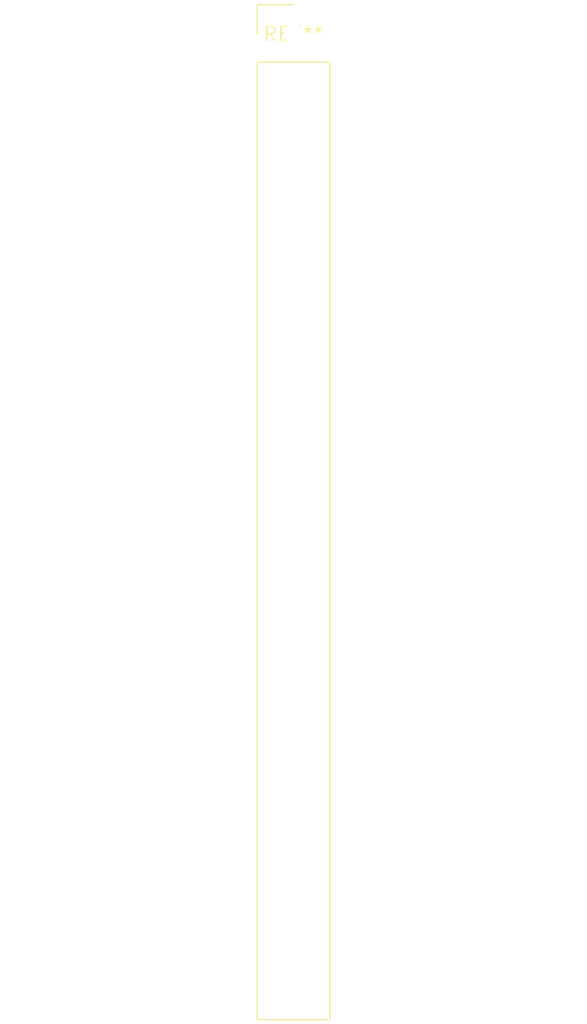
<source format=kicad_pcb>
(kicad_pcb (version 20240108) (generator pcbnew)
  (layers (0 "F.Cu" signal) (31 "B.Cu" signal) (34 "B.Paste" user) (35 "F.Paste" user) (36 "B.SilkS" user "B.Silkscreen") (37 "F.SilkS" user "F.Silkscreen") (38 "B.Mask" user) (39 "F.Mask" user) (44 "Edge.Cuts" user))
  (net 0 "")
  (footprint "Samtec_HPM-18-01-x-S_Straight_1x18_Pitch5.08mm" (layer "F.Cu") (at 0 0)
    (property "Reference" "REF**")
    (property "Value" "Samtec_HPM-18-01-x-S_Straight_1x18_Pitch5.08mm")
    (fp_line (start -3.285 -2.65) (end 0 -2.65) (layer "F.SilkS") (stroke (width 0.12)))
    (fp_line (start -3.285 0) (end -3.285 -2.65) (layer "F.SilkS") (stroke (width 0.12)))
    (fp_line (start -3.285 2.54) (end -3.285 89.01) (layer "F.SilkS") (stroke (width 0.12)))
    (fp_line (start -3.285 2.54) (end 3.285 2.54) (layer "F.SilkS") (stroke (width 0.12)))
    (fp_line (start -3.285 89.01) (end 3.285 89.01) (layer "F.SilkS") (stroke (width 0.12)))
    (fp_line (start 3.285 2.54) (end 3.285 89.01) (layer "F.SilkS") (stroke (width 0.12)))
    (pad "1" thru_hole rect (at 0 0) (size 2.8 2.8) (drill 1.75) (layers *.Cu *.Mask) (remove_unused_layers))
    (pad "2" thru_hole circle (at 0 5.08) (size 2.8 2.8) (drill 1.75) (layers *.Cu *.Mask) (remove_unused_layers))
    (pad "3" thru_hole circle (at 0 10.16) (size 2.8 2.8) (drill 1.75) (layers *.Cu *.Mask) (remove_unused_layers))
    (pad "4" thru_hole circle (at 0 15.24) (size 2.8 2.8) (drill 1.75) (layers *.Cu *.Mask) (remove_unused_layers))
    (pad "5" thru_hole circle (at 0 20.32) (size 2.8 2.8) (drill 1.75) (layers *.Cu *.Mask) (remove_unused_layers))
    (pad "6" thru_hole circle (at 0 25.4) (size 2.8 2.8) (drill 1.75) (layers *.Cu *.Mask) (remove_unused_layers))
    (pad "7" thru_hole circle (at 0 30.48) (size 2.8 2.8) (drill 1.75) (layers *.Cu *.Mask) (remove_unused_layers))
    (pad "8" thru_hole circle (at 0 35.56) (size 2.8 2.8) (drill 1.75) (layers *.Cu *.Mask) (remove_unused_layers))
    (pad "9" thru_hole circle (at 0 40.64) (size 2.8 2.8) (drill 1.75) (layers *.Cu *.Mask) (remove_unused_layers))
    (pad "10" thru_hole circle (at 0 45.72) (size 2.8 2.8) (drill 1.75) (layers *.Cu *.Mask) (remove_unused_layers))
    (pad "11" thru_hole circle (at 0 50.8) (size 2.8 2.8) (drill 1.75) (layers *.Cu *.Mask) (remove_unused_layers))
    (pad "12" thru_hole circle (at 0 55.88) (size 2.8 2.8) (drill 1.75) (layers *.Cu *.Mask) (remove_unused_layers))
    (pad "13" thru_hole circle (at 0 60.96) (size 2.8 2.8) (drill 1.75) (layers *.Cu *.Mask) (remove_unused_layers))
    (pad "14" thru_hole circle (at 0 66.04) (size 2.8 2.8) (drill 1.75) (layers *.Cu *.Mask) (remove_unused_layers))
    (pad "15" thru_hole circle (at 0 71.12) (size 2.8 2.8) (drill 1.75) (layers *.Cu *.Mask) (remove_unused_layers))
    (pad "16" thru_hole circle (at 0 76.2) (size 2.8 2.8) (drill 1.75) (layers *.Cu *.Mask) (remove_unused_layers))
    (pad "17" thru_hole circle (at 0 81.28) (size 2.8 2.8) (drill 1.75) (layers *.Cu *.Mask) (remove_unused_layers))
    (pad "18" thru_hole circle (at 0 86.36) (size 2.8 2.8) (drill 1.75) (layers *.Cu *.Mask) (remove_unused_layers))
  )
)
</source>
